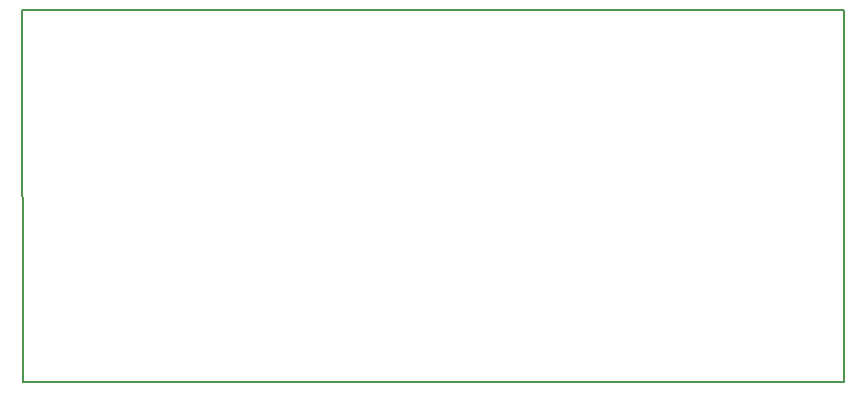
<source format=gm1>
G04 #@! TF.GenerationSoftware,KiCad,Pcbnew,(5.0.1)-3*
G04 #@! TF.CreationDate,2019-11-29T17:35:16+05:30*
G04 #@! TF.ProjectId,stm32f070-board,73746D3332663037302D626F6172642E,v1.0*
G04 #@! TF.SameCoordinates,Original*
G04 #@! TF.FileFunction,Profile,NP*
%FSLAX46Y46*%
G04 Gerber Fmt 4.6, Leading zero omitted, Abs format (unit mm)*
G04 Created by KiCad (PCBNEW (5.0.1)-3) date 11/29/19 17:35:16*
%MOMM*%
%LPD*%
G01*
G04 APERTURE LIST*
%ADD10C,0.200000*%
G04 APERTURE END LIST*
D10*
X164338000Y-119126000D02*
X164338000Y-118745000D01*
X94869000Y-119126000D02*
X164338000Y-119126000D01*
X94742000Y-87630000D02*
X94869000Y-119126000D01*
X164338000Y-87630000D02*
X94742000Y-87630000D01*
X164338000Y-118745000D02*
X164338000Y-87630000D01*
M02*

</source>
